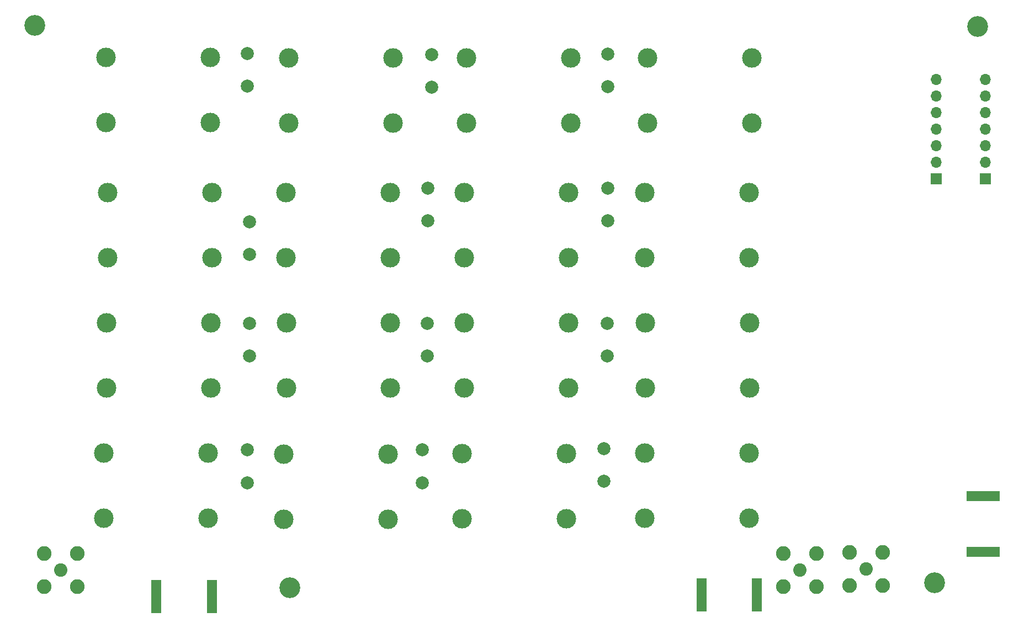
<source format=gbr>
G04 #@! TF.GenerationSoftware,KiCad,Pcbnew,(5.1.10)-1*
G04 #@! TF.CreationDate,2021-09-09T12:48:54+02:00*
G04 #@! TF.ProjectId,bandfilter,62616e64-6669-46c7-9465-722e6b696361,rev?*
G04 #@! TF.SameCoordinates,Original*
G04 #@! TF.FileFunction,Soldermask,Bot*
G04 #@! TF.FilePolarity,Negative*
%FSLAX46Y46*%
G04 Gerber Fmt 4.6, Leading zero omitted, Abs format (unit mm)*
G04 Created by KiCad (PCBNEW (5.1.10)-1) date 2021-09-09 12:48:54*
%MOMM*%
%LPD*%
G01*
G04 APERTURE LIST*
%ADD10C,2.000000*%
%ADD11C,3.200000*%
%ADD12C,3.000000*%
%ADD13O,1.700000X1.700000*%
%ADD14R,1.700000X1.700000*%
%ADD15C,2.050000*%
%ADD16C,2.250000*%
%ADD17R,1.500000X5.080000*%
%ADD18R,5.080000X1.500000*%
G04 APERTURE END LIST*
D10*
X93157040Y-54052460D03*
X93157040Y-59052460D03*
D11*
X99367340Y-110236000D03*
X60256420Y-23911560D03*
X204868780Y-24142700D03*
X198269860Y-109440980D03*
D12*
X70830440Y-99588320D03*
X86830440Y-99588320D03*
X70830440Y-89588320D03*
X86830440Y-89588320D03*
X98475800Y-99753440D03*
X114475800Y-99753440D03*
X98475800Y-89753440D03*
X114475800Y-89753440D03*
D13*
X206019400Y-32232600D03*
X206019400Y-34772600D03*
X206019400Y-37312600D03*
X206019400Y-39852600D03*
X206019400Y-42392600D03*
X206019400Y-44932600D03*
D14*
X206019400Y-47472600D03*
X198511160Y-47467520D03*
D13*
X198511160Y-44927520D03*
X198511160Y-42387520D03*
X198511160Y-39847520D03*
X198511160Y-37307520D03*
X198511160Y-34767520D03*
X198511160Y-32227520D03*
D12*
X115161600Y-28904140D03*
X99161600Y-28904140D03*
X115161600Y-38904140D03*
X99161600Y-38904140D03*
X126483840Y-38904140D03*
X142483840Y-38904140D03*
X126483840Y-28904140D03*
X142483840Y-28904140D03*
D10*
X92826840Y-33268920D03*
X92826840Y-28268920D03*
X121097040Y-33421320D03*
X121097040Y-28421320D03*
X148153120Y-33350200D03*
X148153120Y-28350200D03*
X120573800Y-53888640D03*
X120573800Y-48888640D03*
X148127720Y-48898800D03*
X148127720Y-53898800D03*
X93157040Y-74660760D03*
X93157040Y-69660760D03*
X120467120Y-69655680D03*
X120467120Y-74655680D03*
X148041360Y-69691240D03*
X148041360Y-74691240D03*
D12*
X98775520Y-59555240D03*
X114775520Y-59555240D03*
X98775520Y-49555240D03*
X114775520Y-49555240D03*
X142097760Y-49555240D03*
X126097760Y-49555240D03*
X142097760Y-59555240D03*
X126097760Y-59555240D03*
X114816160Y-69542640D03*
X98816160Y-69542640D03*
X114816160Y-79542640D03*
X98816160Y-79542640D03*
X126138400Y-79542640D03*
X142138400Y-79542640D03*
X126138400Y-69542640D03*
X142138400Y-69542640D03*
X87180960Y-28816280D03*
X71180960Y-28816280D03*
X87180960Y-38816280D03*
X71180960Y-38816280D03*
X154220640Y-38904140D03*
X170220640Y-38904140D03*
X154220640Y-28904140D03*
X170220640Y-28904140D03*
X87394320Y-49568080D03*
X71394320Y-49568080D03*
X87394320Y-59568080D03*
X71394320Y-59568080D03*
X169834560Y-49555240D03*
X153834560Y-49555240D03*
X169834560Y-59555240D03*
X153834560Y-59555240D03*
X87221600Y-69542640D03*
X71221600Y-69542640D03*
X87221600Y-79542640D03*
X71221600Y-79542640D03*
X169875200Y-69542640D03*
X153875200Y-69542640D03*
X169875200Y-79542640D03*
X153875200Y-79542640D03*
D10*
X92862400Y-89088320D03*
X92862400Y-94088320D03*
X119644160Y-94088320D03*
X119644160Y-89088320D03*
X147558760Y-88900000D03*
X147558760Y-93900000D03*
D15*
X64190880Y-107482640D03*
D16*
X66730880Y-110022640D03*
X66730880Y-104942640D03*
X61650880Y-104942640D03*
X61650880Y-110022640D03*
D15*
X187761880Y-107320080D03*
D16*
X190301880Y-109860080D03*
X190301880Y-104780080D03*
X185221880Y-104780080D03*
X185221880Y-109860080D03*
X175061880Y-110022640D03*
X175061880Y-104942640D03*
X180141880Y-104942640D03*
X180141880Y-110022640D03*
D15*
X177601880Y-107482640D03*
D12*
X141798040Y-89611200D03*
X125798040Y-89611200D03*
X141798040Y-99611200D03*
X125798040Y-99611200D03*
X153799000Y-99529920D03*
X169799000Y-99529920D03*
X153799000Y-89529920D03*
X169799000Y-89529920D03*
D17*
X78889280Y-111561880D03*
X87389280Y-111561880D03*
D18*
X205709520Y-104686680D03*
X205709520Y-96186680D03*
D17*
X171001000Y-111328200D03*
X162501000Y-111328200D03*
M02*

</source>
